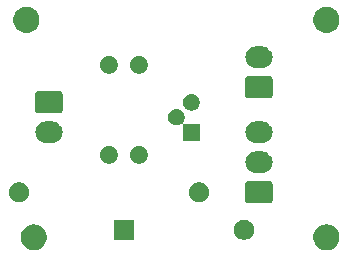
<source format=gbr>
G04 #@! TF.GenerationSoftware,KiCad,Pcbnew,5.1.5+dfsg1-2build2*
G04 #@! TF.CreationDate,2020-11-02T22:05:37+01:00*
G04 #@! TF.ProjectId,lighthouse,6c696768-7468-46f7-9573-652e6b696361,rev?*
G04 #@! TF.SameCoordinates,PX31a8670PY2c35238*
G04 #@! TF.FileFunction,Soldermask,Bot*
G04 #@! TF.FilePolarity,Negative*
%FSLAX46Y46*%
G04 Gerber Fmt 4.6, Leading zero omitted, Abs format (unit mm)*
G04 Created by KiCad (PCBNEW 5.1.5+dfsg1-2build2) date 2020-11-02 22:05:37*
%MOMM*%
%LPD*%
G04 APERTURE LIST*
%ADD10C,0.100000*%
G04 APERTURE END LIST*
D10*
G36*
X28154795Y-19875156D02*
G01*
X28261150Y-19896311D01*
X28310863Y-19916903D01*
X28461520Y-19979307D01*
X28641844Y-20099795D01*
X28795205Y-20253156D01*
X28915693Y-20433480D01*
X28998689Y-20633851D01*
X29041000Y-20846560D01*
X29041000Y-21063440D01*
X28998689Y-21276149D01*
X28915693Y-21476520D01*
X28795205Y-21656844D01*
X28641844Y-21810205D01*
X28461520Y-21930693D01*
X28261150Y-22013689D01*
X28154794Y-22034845D01*
X28048440Y-22056000D01*
X27831560Y-22056000D01*
X27725206Y-22034845D01*
X27618850Y-22013689D01*
X27418480Y-21930693D01*
X27238156Y-21810205D01*
X27084795Y-21656844D01*
X26964307Y-21476520D01*
X26881311Y-21276149D01*
X26839000Y-21063440D01*
X26839000Y-20846560D01*
X26881311Y-20633851D01*
X26964307Y-20433480D01*
X27084795Y-20253156D01*
X27238156Y-20099795D01*
X27418480Y-19979307D01*
X27569137Y-19916903D01*
X27618850Y-19896311D01*
X27725205Y-19875156D01*
X27831560Y-19854000D01*
X28048440Y-19854000D01*
X28154795Y-19875156D01*
G37*
G36*
X3389795Y-19875156D02*
G01*
X3496150Y-19896311D01*
X3545863Y-19916903D01*
X3696520Y-19979307D01*
X3876844Y-20099795D01*
X4030205Y-20253156D01*
X4150693Y-20433480D01*
X4233689Y-20633851D01*
X4276000Y-20846560D01*
X4276000Y-21063440D01*
X4233689Y-21276149D01*
X4150693Y-21476520D01*
X4030205Y-21656844D01*
X3876844Y-21810205D01*
X3696520Y-21930693D01*
X3496150Y-22013689D01*
X3389794Y-22034845D01*
X3283440Y-22056000D01*
X3066560Y-22056000D01*
X2960206Y-22034845D01*
X2853850Y-22013689D01*
X2653480Y-21930693D01*
X2473156Y-21810205D01*
X2319795Y-21656844D01*
X2199307Y-21476520D01*
X2116311Y-21276149D01*
X2074000Y-21063440D01*
X2074000Y-20846560D01*
X2116311Y-20633851D01*
X2199307Y-20433480D01*
X2319795Y-20253156D01*
X2473156Y-20099795D01*
X2653480Y-19979307D01*
X2804137Y-19916903D01*
X2853850Y-19896311D01*
X2960205Y-19875156D01*
X3066560Y-19854000D01*
X3283440Y-19854000D01*
X3389795Y-19875156D01*
G37*
G36*
X11646000Y-21171000D02*
G01*
X9944000Y-21171000D01*
X9944000Y-19469000D01*
X11646000Y-19469000D01*
X11646000Y-21171000D01*
G37*
G36*
X21203228Y-19501703D02*
G01*
X21358100Y-19565853D01*
X21497481Y-19658985D01*
X21616015Y-19777519D01*
X21709147Y-19916900D01*
X21773297Y-20071772D01*
X21806000Y-20236184D01*
X21806000Y-20403816D01*
X21773297Y-20568228D01*
X21709147Y-20723100D01*
X21616015Y-20862481D01*
X21497481Y-20981015D01*
X21358100Y-21074147D01*
X21203228Y-21138297D01*
X21038816Y-21171000D01*
X20871184Y-21171000D01*
X20706772Y-21138297D01*
X20551900Y-21074147D01*
X20412519Y-20981015D01*
X20293985Y-20862481D01*
X20200853Y-20723100D01*
X20136703Y-20568228D01*
X20104000Y-20403816D01*
X20104000Y-20236184D01*
X20136703Y-20071772D01*
X20200853Y-19916900D01*
X20293985Y-19777519D01*
X20412519Y-19658985D01*
X20551900Y-19565853D01*
X20706772Y-19501703D01*
X20871184Y-19469000D01*
X21038816Y-19469000D01*
X21203228Y-19501703D01*
G37*
G36*
X23234561Y-16227966D02*
G01*
X23267383Y-16237923D01*
X23297632Y-16254092D01*
X23324148Y-16275852D01*
X23345908Y-16302368D01*
X23362077Y-16332617D01*
X23372034Y-16365439D01*
X23376000Y-16405713D01*
X23376000Y-17884287D01*
X23372034Y-17924561D01*
X23362077Y-17957383D01*
X23345908Y-17987632D01*
X23324148Y-18014148D01*
X23297632Y-18035908D01*
X23267383Y-18052077D01*
X23234561Y-18062034D01*
X23194287Y-18066000D01*
X21255713Y-18066000D01*
X21215439Y-18062034D01*
X21182617Y-18052077D01*
X21152368Y-18035908D01*
X21125852Y-18014148D01*
X21104092Y-17987632D01*
X21087923Y-17957383D01*
X21077966Y-17924561D01*
X21074000Y-17884287D01*
X21074000Y-16405713D01*
X21077966Y-16365439D01*
X21087923Y-16332617D01*
X21104092Y-16302368D01*
X21125852Y-16275852D01*
X21152368Y-16254092D01*
X21182617Y-16237923D01*
X21215439Y-16227966D01*
X21255713Y-16224000D01*
X23194287Y-16224000D01*
X23234561Y-16227966D01*
G37*
G36*
X2153228Y-16326703D02*
G01*
X2308100Y-16390853D01*
X2447481Y-16483985D01*
X2566015Y-16602519D01*
X2659147Y-16741900D01*
X2723297Y-16896772D01*
X2756000Y-17061184D01*
X2756000Y-17228816D01*
X2723297Y-17393228D01*
X2659147Y-17548100D01*
X2566015Y-17687481D01*
X2447481Y-17806015D01*
X2308100Y-17899147D01*
X2153228Y-17963297D01*
X1988816Y-17996000D01*
X1821184Y-17996000D01*
X1656772Y-17963297D01*
X1501900Y-17899147D01*
X1362519Y-17806015D01*
X1243985Y-17687481D01*
X1150853Y-17548100D01*
X1086703Y-17393228D01*
X1054000Y-17228816D01*
X1054000Y-17061184D01*
X1086703Y-16896772D01*
X1150853Y-16741900D01*
X1243985Y-16602519D01*
X1362519Y-16483985D01*
X1501900Y-16390853D01*
X1656772Y-16326703D01*
X1821184Y-16294000D01*
X1988816Y-16294000D01*
X2153228Y-16326703D01*
G37*
G36*
X17393228Y-16326703D02*
G01*
X17548100Y-16390853D01*
X17687481Y-16483985D01*
X17806015Y-16602519D01*
X17899147Y-16741900D01*
X17963297Y-16896772D01*
X17996000Y-17061184D01*
X17996000Y-17228816D01*
X17963297Y-17393228D01*
X17899147Y-17548100D01*
X17806015Y-17687481D01*
X17687481Y-17806015D01*
X17548100Y-17899147D01*
X17393228Y-17963297D01*
X17228816Y-17996000D01*
X17061184Y-17996000D01*
X16896772Y-17963297D01*
X16741900Y-17899147D01*
X16602519Y-17806015D01*
X16483985Y-17687481D01*
X16390853Y-17548100D01*
X16326703Y-17393228D01*
X16294000Y-17228816D01*
X16294000Y-17061184D01*
X16326703Y-16896772D01*
X16390853Y-16741900D01*
X16483985Y-16602519D01*
X16602519Y-16483985D01*
X16741900Y-16390853D01*
X16896772Y-16326703D01*
X17061184Y-16294000D01*
X17228816Y-16294000D01*
X17393228Y-16326703D01*
G37*
G36*
X22545345Y-13688442D02*
G01*
X22635548Y-13697326D01*
X22809157Y-13749990D01*
X22969156Y-13835511D01*
X23012729Y-13871271D01*
X23109397Y-13950603D01*
X23186018Y-14043967D01*
X23224489Y-14090844D01*
X23310010Y-14250843D01*
X23362674Y-14424452D01*
X23380456Y-14605000D01*
X23362674Y-14785548D01*
X23310010Y-14959157D01*
X23224489Y-15119156D01*
X23188729Y-15162729D01*
X23109397Y-15259397D01*
X23012729Y-15338729D01*
X22969156Y-15374489D01*
X22809157Y-15460010D01*
X22635548Y-15512674D01*
X22545345Y-15521558D01*
X22500245Y-15526000D01*
X21949755Y-15526000D01*
X21904655Y-15521558D01*
X21814452Y-15512674D01*
X21640843Y-15460010D01*
X21480844Y-15374489D01*
X21437271Y-15338729D01*
X21340603Y-15259397D01*
X21261271Y-15162729D01*
X21225511Y-15119156D01*
X21139990Y-14959157D01*
X21087326Y-14785548D01*
X21069544Y-14605000D01*
X21087326Y-14424452D01*
X21139990Y-14250843D01*
X21225511Y-14090844D01*
X21263982Y-14043967D01*
X21340603Y-13950603D01*
X21437271Y-13871271D01*
X21480844Y-13835511D01*
X21640843Y-13749990D01*
X21814452Y-13697326D01*
X21904655Y-13688442D01*
X21949755Y-13684000D01*
X22500245Y-13684000D01*
X22545345Y-13688442D01*
G37*
G36*
X12284059Y-13247860D02*
G01*
X12420732Y-13304472D01*
X12543735Y-13386660D01*
X12648340Y-13491265D01*
X12730528Y-13614268D01*
X12787140Y-13750941D01*
X12816000Y-13896033D01*
X12816000Y-14043967D01*
X12787140Y-14189059D01*
X12730528Y-14325732D01*
X12648340Y-14448735D01*
X12543735Y-14553340D01*
X12420732Y-14635528D01*
X12420731Y-14635529D01*
X12420730Y-14635529D01*
X12284059Y-14692140D01*
X12138968Y-14721000D01*
X11991032Y-14721000D01*
X11845941Y-14692140D01*
X11709270Y-14635529D01*
X11709269Y-14635529D01*
X11709268Y-14635528D01*
X11586265Y-14553340D01*
X11481660Y-14448735D01*
X11399472Y-14325732D01*
X11342860Y-14189059D01*
X11314000Y-14043967D01*
X11314000Y-13896033D01*
X11342860Y-13750941D01*
X11399472Y-13614268D01*
X11481660Y-13491265D01*
X11586265Y-13386660D01*
X11709268Y-13304472D01*
X11845941Y-13247860D01*
X11991032Y-13219000D01*
X12138968Y-13219000D01*
X12284059Y-13247860D01*
G37*
G36*
X9744059Y-13247860D02*
G01*
X9880732Y-13304472D01*
X10003735Y-13386660D01*
X10108340Y-13491265D01*
X10190528Y-13614268D01*
X10247140Y-13750941D01*
X10276000Y-13896033D01*
X10276000Y-14043967D01*
X10247140Y-14189059D01*
X10190528Y-14325732D01*
X10108340Y-14448735D01*
X10003735Y-14553340D01*
X9880732Y-14635528D01*
X9880731Y-14635529D01*
X9880730Y-14635529D01*
X9744059Y-14692140D01*
X9598968Y-14721000D01*
X9451032Y-14721000D01*
X9305941Y-14692140D01*
X9169270Y-14635529D01*
X9169269Y-14635529D01*
X9169268Y-14635528D01*
X9046265Y-14553340D01*
X8941660Y-14448735D01*
X8859472Y-14325732D01*
X8802860Y-14189059D01*
X8774000Y-14043967D01*
X8774000Y-13896033D01*
X8802860Y-13750941D01*
X8859472Y-13614268D01*
X8941660Y-13491265D01*
X9046265Y-13386660D01*
X9169268Y-13304472D01*
X9305941Y-13247860D01*
X9451032Y-13219000D01*
X9598968Y-13219000D01*
X9744059Y-13247860D01*
G37*
G36*
X22545345Y-11148442D02*
G01*
X22635548Y-11157326D01*
X22809157Y-11209990D01*
X22969156Y-11295511D01*
X22984918Y-11308447D01*
X23109397Y-11410603D01*
X23188729Y-11507271D01*
X23224489Y-11550844D01*
X23310010Y-11710843D01*
X23362674Y-11884452D01*
X23380456Y-12065000D01*
X23362674Y-12245548D01*
X23310010Y-12419157D01*
X23224489Y-12579156D01*
X23188729Y-12622729D01*
X23109397Y-12719397D01*
X23012729Y-12798729D01*
X22969156Y-12834489D01*
X22809157Y-12920010D01*
X22635548Y-12972674D01*
X22545345Y-12981558D01*
X22500245Y-12986000D01*
X21949755Y-12986000D01*
X21904655Y-12981558D01*
X21814452Y-12972674D01*
X21640843Y-12920010D01*
X21480844Y-12834489D01*
X21437271Y-12798729D01*
X21340603Y-12719397D01*
X21261271Y-12622729D01*
X21225511Y-12579156D01*
X21139990Y-12419157D01*
X21087326Y-12245548D01*
X21069544Y-12065000D01*
X21087326Y-11884452D01*
X21139990Y-11710843D01*
X21225511Y-11550844D01*
X21261271Y-11507271D01*
X21340603Y-11410603D01*
X21465082Y-11308447D01*
X21480844Y-11295511D01*
X21640843Y-11209990D01*
X21814452Y-11157326D01*
X21904655Y-11148442D01*
X21949755Y-11144000D01*
X22500245Y-11144000D01*
X22545345Y-11148442D01*
G37*
G36*
X4765345Y-11148442D02*
G01*
X4855548Y-11157326D01*
X5029157Y-11209990D01*
X5189156Y-11295511D01*
X5204918Y-11308447D01*
X5329397Y-11410603D01*
X5408729Y-11507271D01*
X5444489Y-11550844D01*
X5530010Y-11710843D01*
X5582674Y-11884452D01*
X5600456Y-12065000D01*
X5582674Y-12245548D01*
X5530010Y-12419157D01*
X5444489Y-12579156D01*
X5408729Y-12622729D01*
X5329397Y-12719397D01*
X5232729Y-12798729D01*
X5189156Y-12834489D01*
X5029157Y-12920010D01*
X4855548Y-12972674D01*
X4765345Y-12981558D01*
X4720245Y-12986000D01*
X4169755Y-12986000D01*
X4124655Y-12981558D01*
X4034452Y-12972674D01*
X3860843Y-12920010D01*
X3700844Y-12834489D01*
X3657271Y-12798729D01*
X3560603Y-12719397D01*
X3481271Y-12622729D01*
X3445511Y-12579156D01*
X3359990Y-12419157D01*
X3307326Y-12245548D01*
X3289544Y-12065000D01*
X3307326Y-11884452D01*
X3359990Y-11710843D01*
X3445511Y-11550844D01*
X3481271Y-11507271D01*
X3560603Y-11410603D01*
X3685082Y-11308447D01*
X3700844Y-11295511D01*
X3860843Y-11209990D01*
X4034452Y-11157326D01*
X4124655Y-11148442D01*
X4169755Y-11144000D01*
X4720245Y-11144000D01*
X4765345Y-11148442D01*
G37*
G36*
X15444473Y-10110938D02*
G01*
X15572049Y-10163782D01*
X15686859Y-10240495D01*
X15784505Y-10338141D01*
X15861218Y-10452951D01*
X15914062Y-10580527D01*
X15941000Y-10715956D01*
X15941000Y-10854044D01*
X15914062Y-10989473D01*
X15861218Y-11117049D01*
X15826134Y-11169556D01*
X15814583Y-11191166D01*
X15807470Y-11214615D01*
X15805068Y-11239001D01*
X15807470Y-11263387D01*
X15814583Y-11286836D01*
X15826134Y-11308447D01*
X15841680Y-11327389D01*
X15860622Y-11342934D01*
X15882232Y-11354485D01*
X15905681Y-11361598D01*
X15930067Y-11364000D01*
X17211000Y-11364000D01*
X17211000Y-12766000D01*
X15809000Y-12766000D01*
X15809000Y-11481749D01*
X15806598Y-11457363D01*
X15799485Y-11433914D01*
X15787934Y-11412303D01*
X15772389Y-11393361D01*
X15753447Y-11377816D01*
X15731836Y-11366265D01*
X15708387Y-11359152D01*
X15684001Y-11356750D01*
X15659615Y-11359152D01*
X15636166Y-11366265D01*
X15614556Y-11377816D01*
X15572049Y-11406218D01*
X15444473Y-11459062D01*
X15309044Y-11486000D01*
X15170956Y-11486000D01*
X15035527Y-11459062D01*
X14907951Y-11406218D01*
X14793141Y-11329505D01*
X14695495Y-11231859D01*
X14618782Y-11117049D01*
X14565938Y-10989473D01*
X14539000Y-10854044D01*
X14539000Y-10715956D01*
X14565938Y-10580527D01*
X14618782Y-10452951D01*
X14695495Y-10338141D01*
X14793141Y-10240495D01*
X14907951Y-10163782D01*
X15035527Y-10110938D01*
X15170956Y-10084000D01*
X15309044Y-10084000D01*
X15444473Y-10110938D01*
G37*
G36*
X5454561Y-8607966D02*
G01*
X5487383Y-8617923D01*
X5517632Y-8634092D01*
X5544148Y-8655852D01*
X5565908Y-8682368D01*
X5582077Y-8712617D01*
X5592034Y-8745439D01*
X5596000Y-8785713D01*
X5596000Y-10264287D01*
X5592034Y-10304561D01*
X5582077Y-10337383D01*
X5565908Y-10367632D01*
X5544148Y-10394148D01*
X5517632Y-10415908D01*
X5487383Y-10432077D01*
X5454561Y-10442034D01*
X5414287Y-10446000D01*
X3475713Y-10446000D01*
X3435439Y-10442034D01*
X3402617Y-10432077D01*
X3372368Y-10415908D01*
X3345852Y-10394148D01*
X3324092Y-10367632D01*
X3307923Y-10337383D01*
X3297966Y-10304561D01*
X3294000Y-10264287D01*
X3294000Y-8785713D01*
X3297966Y-8745439D01*
X3307923Y-8712617D01*
X3324092Y-8682368D01*
X3345852Y-8655852D01*
X3372368Y-8634092D01*
X3402617Y-8617923D01*
X3435439Y-8607966D01*
X3475713Y-8604000D01*
X5414287Y-8604000D01*
X5454561Y-8607966D01*
G37*
G36*
X16714473Y-8850938D02*
G01*
X16842049Y-8903782D01*
X16956859Y-8980495D01*
X17054505Y-9078141D01*
X17131218Y-9192951D01*
X17184062Y-9320527D01*
X17211000Y-9455956D01*
X17211000Y-9594044D01*
X17184062Y-9729473D01*
X17131218Y-9857049D01*
X17054505Y-9971859D01*
X16956859Y-10069505D01*
X16842049Y-10146218D01*
X16714473Y-10199062D01*
X16579044Y-10226000D01*
X16440956Y-10226000D01*
X16305527Y-10199062D01*
X16177951Y-10146218D01*
X16063141Y-10069505D01*
X15965495Y-9971859D01*
X15888782Y-9857049D01*
X15835938Y-9729473D01*
X15809000Y-9594044D01*
X15809000Y-9455956D01*
X15835938Y-9320527D01*
X15888782Y-9192951D01*
X15965495Y-9078141D01*
X16063141Y-8980495D01*
X16177951Y-8903782D01*
X16305527Y-8850938D01*
X16440956Y-8824000D01*
X16579044Y-8824000D01*
X16714473Y-8850938D01*
G37*
G36*
X23234561Y-7337966D02*
G01*
X23267383Y-7347923D01*
X23297632Y-7364092D01*
X23324148Y-7385852D01*
X23345908Y-7412368D01*
X23362077Y-7442617D01*
X23372034Y-7475439D01*
X23376000Y-7515713D01*
X23376000Y-8994287D01*
X23372034Y-9034561D01*
X23362077Y-9067383D01*
X23345908Y-9097632D01*
X23324148Y-9124148D01*
X23297632Y-9145908D01*
X23267383Y-9162077D01*
X23234561Y-9172034D01*
X23194287Y-9176000D01*
X21255713Y-9176000D01*
X21215439Y-9172034D01*
X21182617Y-9162077D01*
X21152368Y-9145908D01*
X21125852Y-9124148D01*
X21104092Y-9097632D01*
X21087923Y-9067383D01*
X21077966Y-9034561D01*
X21074000Y-8994287D01*
X21074000Y-7515713D01*
X21077966Y-7475439D01*
X21087923Y-7442617D01*
X21104092Y-7412368D01*
X21125852Y-7385852D01*
X21152368Y-7364092D01*
X21182617Y-7347923D01*
X21215439Y-7337966D01*
X21255713Y-7334000D01*
X23194287Y-7334000D01*
X23234561Y-7337966D01*
G37*
G36*
X9744059Y-5627860D02*
G01*
X9880732Y-5684472D01*
X10003735Y-5766660D01*
X10108340Y-5871265D01*
X10190528Y-5994268D01*
X10247140Y-6130941D01*
X10276000Y-6276033D01*
X10276000Y-6423967D01*
X10247140Y-6569059D01*
X10190528Y-6705732D01*
X10108340Y-6828735D01*
X10003735Y-6933340D01*
X9880732Y-7015528D01*
X9880731Y-7015529D01*
X9880730Y-7015529D01*
X9744059Y-7072140D01*
X9598968Y-7101000D01*
X9451032Y-7101000D01*
X9305941Y-7072140D01*
X9169270Y-7015529D01*
X9169269Y-7015529D01*
X9169268Y-7015528D01*
X9046265Y-6933340D01*
X8941660Y-6828735D01*
X8859472Y-6705732D01*
X8802860Y-6569059D01*
X8774000Y-6423967D01*
X8774000Y-6276033D01*
X8802860Y-6130941D01*
X8859472Y-5994268D01*
X8941660Y-5871265D01*
X9046265Y-5766660D01*
X9169268Y-5684472D01*
X9305941Y-5627860D01*
X9451032Y-5599000D01*
X9598968Y-5599000D01*
X9744059Y-5627860D01*
G37*
G36*
X12284059Y-5627860D02*
G01*
X12420732Y-5684472D01*
X12543735Y-5766660D01*
X12648340Y-5871265D01*
X12730528Y-5994268D01*
X12787140Y-6130941D01*
X12816000Y-6276033D01*
X12816000Y-6423967D01*
X12787140Y-6569059D01*
X12730528Y-6705732D01*
X12648340Y-6828735D01*
X12543735Y-6933340D01*
X12420732Y-7015528D01*
X12420731Y-7015529D01*
X12420730Y-7015529D01*
X12284059Y-7072140D01*
X12138968Y-7101000D01*
X11991032Y-7101000D01*
X11845941Y-7072140D01*
X11709270Y-7015529D01*
X11709269Y-7015529D01*
X11709268Y-7015528D01*
X11586265Y-6933340D01*
X11481660Y-6828735D01*
X11399472Y-6705732D01*
X11342860Y-6569059D01*
X11314000Y-6423967D01*
X11314000Y-6276033D01*
X11342860Y-6130941D01*
X11399472Y-5994268D01*
X11481660Y-5871265D01*
X11586265Y-5766660D01*
X11709268Y-5684472D01*
X11845941Y-5627860D01*
X11991032Y-5599000D01*
X12138968Y-5599000D01*
X12284059Y-5627860D01*
G37*
G36*
X22545345Y-4798442D02*
G01*
X22635548Y-4807326D01*
X22809157Y-4859990D01*
X22969156Y-4945511D01*
X23012729Y-4981271D01*
X23109397Y-5060603D01*
X23188729Y-5157271D01*
X23224489Y-5200844D01*
X23310010Y-5360843D01*
X23362674Y-5534452D01*
X23380456Y-5715000D01*
X23362674Y-5895548D01*
X23310010Y-6069157D01*
X23224489Y-6229156D01*
X23188729Y-6272729D01*
X23109397Y-6369397D01*
X23012729Y-6448729D01*
X22969156Y-6484489D01*
X22809157Y-6570010D01*
X22635548Y-6622674D01*
X22545345Y-6631558D01*
X22500245Y-6636000D01*
X21949755Y-6636000D01*
X21904655Y-6631558D01*
X21814452Y-6622674D01*
X21640843Y-6570010D01*
X21480844Y-6484489D01*
X21437271Y-6448729D01*
X21340603Y-6369397D01*
X21261271Y-6272729D01*
X21225511Y-6229156D01*
X21139990Y-6069157D01*
X21087326Y-5895548D01*
X21069544Y-5715000D01*
X21087326Y-5534452D01*
X21139990Y-5360843D01*
X21225511Y-5200844D01*
X21261271Y-5157271D01*
X21340603Y-5060603D01*
X21437271Y-4981271D01*
X21480844Y-4945511D01*
X21640843Y-4859990D01*
X21814452Y-4807326D01*
X21904655Y-4798442D01*
X21949755Y-4794000D01*
X22500245Y-4794000D01*
X22545345Y-4798442D01*
G37*
G36*
X2754794Y-1460155D02*
G01*
X2861150Y-1481311D01*
X3061520Y-1564307D01*
X3241844Y-1684795D01*
X3395205Y-1838156D01*
X3515693Y-2018480D01*
X3598689Y-2218851D01*
X3641000Y-2431560D01*
X3641000Y-2648440D01*
X3598689Y-2861149D01*
X3515693Y-3061520D01*
X3395205Y-3241844D01*
X3241844Y-3395205D01*
X3061520Y-3515693D01*
X2861150Y-3598689D01*
X2754795Y-3619844D01*
X2648440Y-3641000D01*
X2431560Y-3641000D01*
X2325205Y-3619844D01*
X2218850Y-3598689D01*
X2018480Y-3515693D01*
X1838156Y-3395205D01*
X1684795Y-3241844D01*
X1564307Y-3061520D01*
X1481311Y-2861149D01*
X1439000Y-2648440D01*
X1439000Y-2431560D01*
X1481311Y-2218851D01*
X1564307Y-2018480D01*
X1684795Y-1838156D01*
X1838156Y-1684795D01*
X2018480Y-1564307D01*
X2218850Y-1481311D01*
X2325206Y-1460155D01*
X2431560Y-1439000D01*
X2648440Y-1439000D01*
X2754794Y-1460155D01*
G37*
G36*
X28154794Y-1460155D02*
G01*
X28261150Y-1481311D01*
X28461520Y-1564307D01*
X28641844Y-1684795D01*
X28795205Y-1838156D01*
X28915693Y-2018480D01*
X28998689Y-2218851D01*
X29041000Y-2431560D01*
X29041000Y-2648440D01*
X28998689Y-2861149D01*
X28915693Y-3061520D01*
X28795205Y-3241844D01*
X28641844Y-3395205D01*
X28461520Y-3515693D01*
X28261150Y-3598689D01*
X28154795Y-3619844D01*
X28048440Y-3641000D01*
X27831560Y-3641000D01*
X27725205Y-3619844D01*
X27618850Y-3598689D01*
X27418480Y-3515693D01*
X27238156Y-3395205D01*
X27084795Y-3241844D01*
X26964307Y-3061520D01*
X26881311Y-2861149D01*
X26839000Y-2648440D01*
X26839000Y-2431560D01*
X26881311Y-2218851D01*
X26964307Y-2018480D01*
X27084795Y-1838156D01*
X27238156Y-1684795D01*
X27418480Y-1564307D01*
X27618850Y-1481311D01*
X27725206Y-1460155D01*
X27831560Y-1439000D01*
X28048440Y-1439000D01*
X28154794Y-1460155D01*
G37*
M02*

</source>
